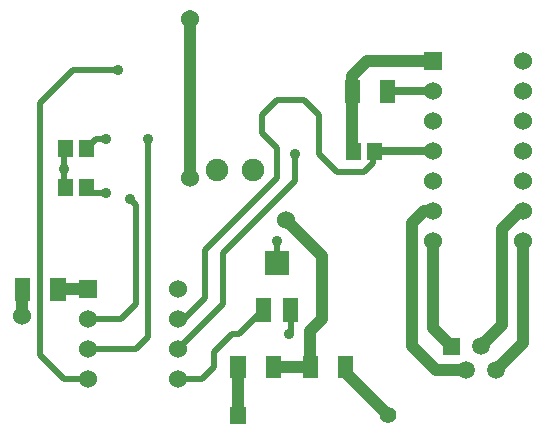
<source format=gbr>
G04 start of page 2 for group 0 idx 0 *
G04 Title: (unknown), top *
G04 Creator: pcb 20110918 *
G04 CreationDate: Fri May 31 17:36:31 2013 UTC *
G04 For: fosse *
G04 Format: Gerber/RS-274X *
G04 PCB-Dimensions: 210000 160000 *
G04 PCB-Coordinate-Origin: lower left *
%MOIN*%
%FSLAX25Y25*%
%LNTOP*%
%ADD26C,0.0340*%
%ADD25C,0.0280*%
%ADD24C,0.0300*%
%ADD23C,0.0315*%
%ADD22C,0.0350*%
%ADD21C,0.0360*%
%ADD20R,0.0512X0.0512*%
%ADD19R,0.0512X0.0512*%
%ADD18C,0.0750*%
%ADD17C,0.0600*%
%ADD16C,0.0550*%
%ADD15C,0.0591*%
%ADD14C,0.0001*%
%ADD13C,0.0250*%
%ADD12C,0.0200*%
%ADD11C,0.0400*%
G54D11*X156953Y35000D02*X157079Y35126D01*
X116905Y36100D02*Y34095D01*
X131000Y20000D01*
X81000D02*Y36100D01*
X92810D02*X105095D01*
G54D12*X61000Y32000D02*X69000D01*
X73000Y36000D01*
G54D11*X93000Y35910D02*X92810Y36100D01*
G54D12*X73000Y41000D02*X79000Y47000D01*
G54D11*X105100Y36100D02*Y48100D01*
X109000Y52000D01*
G54D12*X98528Y47528D02*X98000Y47000D01*
X81348D02*X89473Y55126D01*
X94000Y70874D02*Y78000D01*
G54D11*X109000Y52000D02*Y73000D01*
X97000Y85000D01*
G54D12*X98528Y55126D02*Y47528D01*
G54D11*X139000Y84000D02*Y43000D01*
G54D12*X63000Y52000D02*X70000Y59000D01*
X61000Y42000D02*X76000Y57000D01*
X70000Y59000D02*Y75000D01*
X76000Y57000D02*Y74000D01*
G54D13*X157000Y35205D02*X157079Y35126D01*
G54D11*X146000Y78000D02*Y49157D01*
X152157Y43000D01*
X139000D02*X147000Y35000D01*
X156953D01*
X176000Y78000D02*Y44205D01*
X166921Y35126D01*
X176000Y88000D02*X175000D01*
X169000Y82000D01*
Y50000D01*
X162000Y43000D01*
X146000Y88000D02*X143000D01*
X139000Y84000D01*
G54D12*X73000Y36000D02*Y41000D01*
X31000Y32000D02*X23000D01*
X15000Y40000D01*
X79000Y47000D02*X81348D01*
X61000Y52000D02*X63000D01*
X31000Y42000D02*X47000D01*
X51000Y46000D01*
X31000Y52000D02*X42000D01*
X47000Y57000D01*
G54D13*X146000Y128000D02*X130905D01*
X146000Y108000D02*X126543D01*
G54D12*X126000Y107457D02*X126543Y108000D01*
G54D11*X119095D02*Y133095D01*
G54D12*X108000Y120000D02*Y107000D01*
X114000Y101000D01*
X123000D01*
X126000Y104000D01*
Y107457D01*
G54D11*X119095Y133095D02*X124000Y138000D01*
X146000D01*
G54D12*X94000Y125000D02*X103000D01*
X108000Y120000D01*
G54D11*X65000Y99000D02*Y153000D01*
G54D12*X94000Y109000D02*X89000Y114000D01*
Y120000D01*
X94000Y125000D01*
X70000Y75000D02*X94000Y99000D01*
Y109000D01*
X76000Y74000D02*X100000Y98000D01*
Y107000D01*
X15000Y124000D02*X26000Y135000D01*
X41000D01*
X37000Y112000D02*X33543D01*
X30543Y109000D01*
G54D11*X31000Y62000D02*X21000D01*
X9000D02*Y53000D01*
G54D12*X51000Y46000D02*Y112000D01*
X47000Y57000D02*Y90000D01*
X45000Y92000D01*
X15000Y40000D02*Y124000D01*
X37000Y94000D02*X32543D01*
X30543Y96000D01*
X23000Y96457D02*X23457Y96000D01*
X23000Y96457D02*Y108543D01*
X23457Y109000D01*
G54D14*G36*
X149204Y45953D02*Y40047D01*
X155110D01*
Y45953D01*
X149204D01*
G37*
G54D15*X157079Y35126D03*
X162000Y43000D03*
X166921Y35126D03*
G54D14*G36*
X78250Y22750D02*Y17250D01*
X83750D01*
Y22750D01*
X78250D01*
G37*
G54D16*X131000Y20000D03*
G54D14*G36*
X28000Y65000D02*Y59000D01*
X34000D01*
Y65000D01*
X28000D01*
G37*
G54D17*X31000Y52000D03*
Y42000D03*
Y32000D03*
X61000D03*
Y42000D03*
Y52000D03*
Y62000D03*
G54D14*G36*
X143000Y141000D02*Y135000D01*
X149000D01*
Y141000D01*
X143000D01*
G37*
G54D17*X146000Y128000D03*
Y118000D03*
Y108000D03*
X176000D03*
Y118000D03*
Y128000D03*
Y138000D03*
X146000Y98000D03*
X176000D03*
X146000Y88000D03*
X176000D03*
X146000Y78000D03*
X176000D03*
G54D18*X74100Y101900D03*
X85900D03*
G54D19*X9190Y63181D02*Y60819D01*
X21000Y63181D02*Y60819D01*
X23457Y96393D02*Y95607D01*
X30543Y96393D02*Y95607D01*
X23457Y109393D02*Y108607D01*
X30543Y109393D02*Y108607D01*
X119095Y129181D02*Y126819D01*
X130905Y129181D02*Y126819D01*
X119457Y108393D02*Y107607D01*
X126543Y108393D02*Y107607D01*
G54D14*G36*
X90063Y74811D02*Y66937D01*
X97937D01*
Y74811D01*
X90063D01*
G37*
G54D19*X81000Y37281D02*Y34919D01*
X92810Y37281D02*Y34919D01*
X105095Y37281D02*Y34919D01*
X116905Y37281D02*Y34919D01*
X98528Y56504D02*Y53748D01*
G54D20*X89473Y56503D02*Y53748D01*
G54D21*X41000Y135000D03*
G54D17*X9000Y53000D03*
G54D21*X37000Y112000D03*
Y94000D03*
X23000Y102000D03*
X94000Y78000D03*
G54D17*X97000Y85000D03*
X65000Y99000D03*
Y152000D03*
G54D21*X98000Y47000D03*
X100000Y107000D03*
X51000Y112000D03*
X45000Y92000D03*
G54D12*G54D22*G54D12*G54D22*G54D12*G54D23*G54D24*G54D25*G54D26*M02*

</source>
